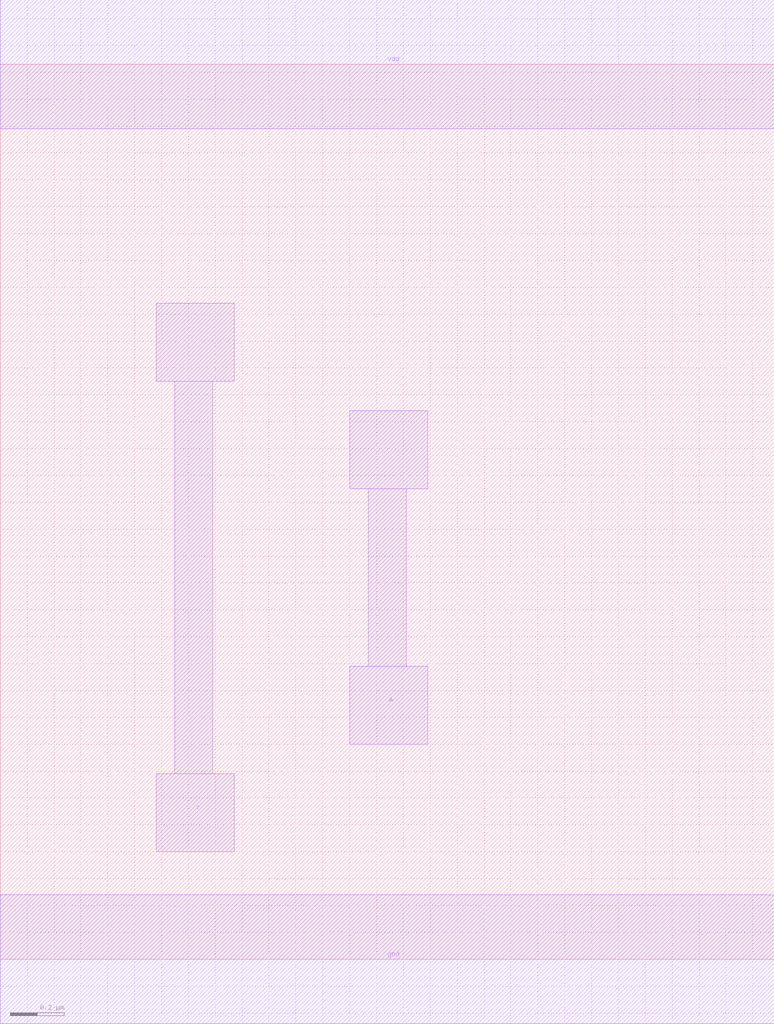
<source format=lef>
VERSION 5.7 ;
  NOWIREEXTENSIONATPIN ON ;
  DIVIDERCHAR "/" ;
  BUSBITCHARS "[]" ;
MACRO INV
  CLASS CORE ;
  FOREIGN INV ;
  ORIGIN 0.000 0.000 ;
  SIZE 2.880 BY 3.330 ;
  SYMMETRY X Y R90 ;
  SITE unithd ;
  PIN vdd
    DIRECTION INOUT ;
    USE POWER ;
    SHAPE ABUTMENT ;
    PORT
      LAYER met1 ;
        RECT 0.000 3.090 2.880 3.570 ;
    END
  END vdd
  PIN gnd
    DIRECTION INOUT ;
    USE GROUND ;
    SHAPE ABUTMENT ;
    PORT
      LAYER met1 ;
        RECT 0.000 -0.240 2.880 0.240 ;
    END
  END gnd
  PIN Y
    DIRECTION INOUT ;
    USE SIGNAL ;
    SHAPE ABUTMENT ;
    PORT
      LAYER met1 ;
        RECT 0.580 2.150 0.870 2.440 ;
        RECT 0.650 0.690 0.790 2.150 ;
        RECT 0.580 0.400 0.870 0.690 ;
    END
  END Y
  PIN A
    DIRECTION INOUT ;
    USE SIGNAL ;
    SHAPE ABUTMENT ;
    PORT
      LAYER met1 ;
        RECT 1.300 1.750 1.590 2.040 ;
        RECT 1.370 1.090 1.510 1.750 ;
        RECT 1.300 0.800 1.590 1.090 ;
    END
  END A
END INV
END LIBRARY


</source>
